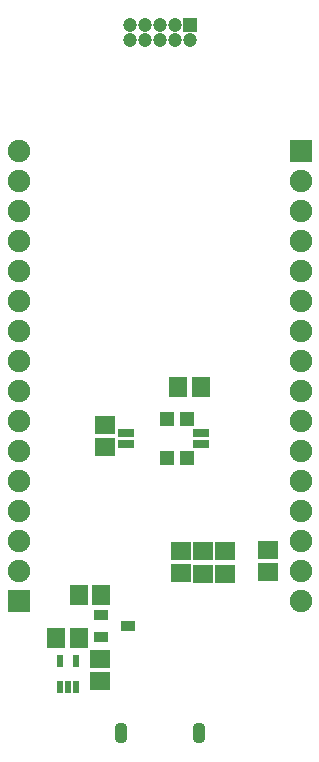
<source format=gbr>
%TF.GenerationSoftware,Novarm,DipTrace Beta,2.9.0.1*%
%TF.CreationDate,2015-11-14T18:18:57-04:00*%
%FSLAX35Y35*%
%MOMM*%
%TF.FileFunction,Soldermask,Bot*%
%TF.Part,Single*%
%ADD29R,1.9X1.9*%
%ADD51R,1.4X0.8*%
%ADD53R,0.6X1.1*%
%ADD65R,1.25X0.85*%
%ADD73O,1.1X1.8*%
%ADD76C,1.2*%
%ADD78R,1.2X1.2*%
%ADD80C,1.9*%
%ADD83R,1.3X1.2*%
%ADD85R,1.5X1.7*%
%ADD89R,1.7X1.5*%
G75*
G01*
%LPD*%
D89*
X2711371Y2692217D3*
Y2502217D3*
X2526374Y2695201D3*
Y2505201D3*
X2902074Y2692217D3*
Y2502217D3*
X1882034Y3571991D3*
Y3761991D3*
D85*
X2691424Y4081567D3*
X2501424D3*
D83*
X2579851Y3485037D3*
X2409851D3*
X2579851Y3812697D3*
X2409851D3*
D29*
X1152401Y2270001D3*
D80*
Y2524001D3*
Y2778001D3*
Y3032001D3*
Y3286001D3*
Y3540001D3*
Y3794001D3*
Y4048001D3*
Y4302001D3*
Y4556001D3*
Y4810001D3*
Y5064001D3*
Y5318001D3*
Y5572001D3*
Y5826001D3*
Y6080001D3*
D78*
X2600201Y7146801D3*
D76*
X2473201D3*
X2346201D3*
X2219201D3*
X2092201D3*
X2600201Y7019801D3*
X2473201D3*
X2346201D3*
X2219201D3*
X2092201D3*
D29*
X3540001Y6080001D3*
D80*
Y5826001D3*
Y5572001D3*
Y5318001D3*
Y5064001D3*
Y4810001D3*
Y4556001D3*
Y4302001D3*
Y4048001D3*
Y3794001D3*
Y3540001D3*
Y3286001D3*
Y3032001D3*
Y2778001D3*
Y2524001D3*
Y2270001D3*
D73*
X2016201Y1152401D3*
X2676201D3*
D65*
X1849561Y1965947D3*
Y2155947D3*
X2079561Y2060947D3*
D89*
X3259654Y2513777D3*
Y2703777D3*
X1838191Y1782687D3*
Y1592687D3*
D85*
X1851321Y2320854D3*
X1661321D3*
X1471087Y1955651D3*
X1661087D3*
D53*
X1634411Y1546021D3*
X1569411D3*
X1504411D3*
Y1766021D3*
X1634411D3*
D51*
X2691611Y3690777D3*
X2061611D3*
X2691611Y3600777D3*
X2061611D3*
M02*

</source>
